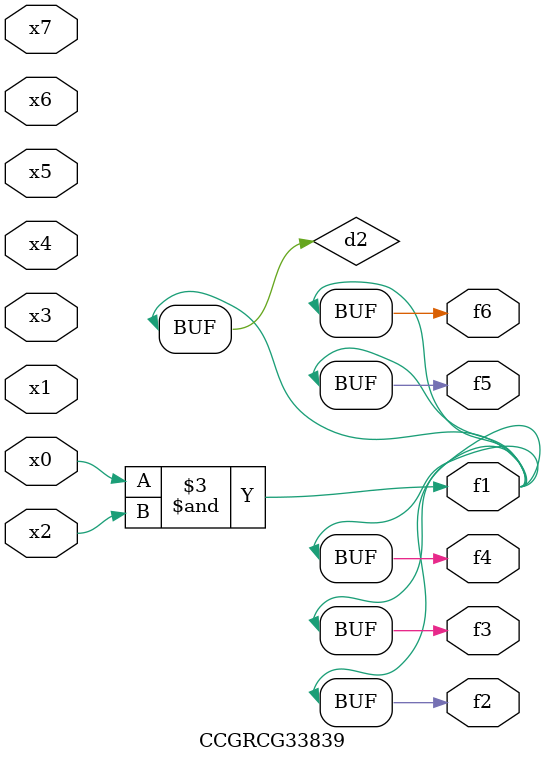
<source format=v>
module CCGRCG33839(
	input x0, x1, x2, x3, x4, x5, x6, x7,
	output f1, f2, f3, f4, f5, f6
);

	wire d1, d2;

	nor (d1, x3, x6);
	and (d2, x0, x2);
	assign f1 = d2;
	assign f2 = d2;
	assign f3 = d2;
	assign f4 = d2;
	assign f5 = d2;
	assign f6 = d2;
endmodule

</source>
